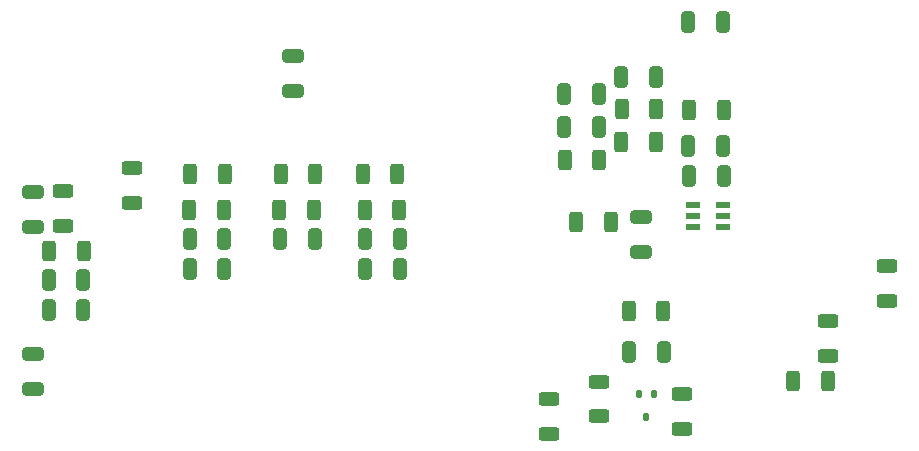
<source format=gbr>
%TF.GenerationSoftware,KiCad,Pcbnew,9.0.1*%
%TF.CreationDate,2025-04-07T11:22:38-03:00*%
%TF.ProjectId,Proyecto integrador 1.1,50726f79-6563-4746-9f20-696e74656772,rev?*%
%TF.SameCoordinates,Original*%
%TF.FileFunction,Paste,Top*%
%TF.FilePolarity,Positive*%
%FSLAX46Y46*%
G04 Gerber Fmt 4.6, Leading zero omitted, Abs format (unit mm)*
G04 Created by KiCad (PCBNEW 9.0.1) date 2025-04-07 11:22:38*
%MOMM*%
%LPD*%
G01*
G04 APERTURE LIST*
G04 Aperture macros list*
%AMRoundRect*
0 Rectangle with rounded corners*
0 $1 Rounding radius*
0 $2 $3 $4 $5 $6 $7 $8 $9 X,Y pos of 4 corners*
0 Add a 4 corners polygon primitive as box body*
4,1,4,$2,$3,$4,$5,$6,$7,$8,$9,$2,$3,0*
0 Add four circle primitives for the rounded corners*
1,1,$1+$1,$2,$3*
1,1,$1+$1,$4,$5*
1,1,$1+$1,$6,$7*
1,1,$1+$1,$8,$9*
0 Add four rect primitives between the rounded corners*
20,1,$1+$1,$2,$3,$4,$5,0*
20,1,$1+$1,$4,$5,$6,$7,0*
20,1,$1+$1,$6,$7,$8,$9,0*
20,1,$1+$1,$8,$9,$2,$3,0*%
G04 Aperture macros list end*
%ADD10RoundRect,0.250000X0.312500X0.625000X-0.312500X0.625000X-0.312500X-0.625000X0.312500X-0.625000X0*%
%ADD11RoundRect,0.250000X0.625000X-0.312500X0.625000X0.312500X-0.625000X0.312500X-0.625000X-0.312500X0*%
%ADD12RoundRect,0.250000X-0.650000X0.325000X-0.650000X-0.325000X0.650000X-0.325000X0.650000X0.325000X0*%
%ADD13RoundRect,0.250000X-0.312500X-0.625000X0.312500X-0.625000X0.312500X0.625000X-0.312500X0.625000X0*%
%ADD14RoundRect,0.250000X-0.625000X0.312500X-0.625000X-0.312500X0.625000X-0.312500X0.625000X0.312500X0*%
%ADD15RoundRect,0.250000X0.325000X0.650000X-0.325000X0.650000X-0.325000X-0.650000X0.325000X-0.650000X0*%
%ADD16RoundRect,0.112500X0.112500X0.237500X-0.112500X0.237500X-0.112500X-0.237500X0.112500X-0.237500X0*%
%ADD17RoundRect,0.250000X-0.325000X-0.650000X0.325000X-0.650000X0.325000X0.650000X-0.325000X0.650000X0*%
%ADD18RoundRect,0.250000X0.650000X-0.325000X0.650000X0.325000X-0.650000X0.325000X-0.650000X-0.325000X0*%
%ADD19R,1.200000X0.600000*%
G04 APERTURE END LIST*
D10*
%TO.C,R4*%
X126987500Y-79760000D03*
X124062500Y-79760000D03*
%TD*%
D11*
%TO.C,R18*%
X178075000Y-95137500D03*
X178075000Y-92212500D03*
%TD*%
D10*
%TO.C,R7*%
X134525000Y-82760000D03*
X131600000Y-82760000D03*
%TD*%
D12*
%TO.C,C15*%
X162225000Y-83385000D03*
X162225000Y-86335000D03*
%TD*%
D13*
%TO.C,R19*%
X161187500Y-91335000D03*
X164112500Y-91335000D03*
%TD*%
D14*
%TO.C,R1*%
X113270000Y-81200000D03*
X113270000Y-84125000D03*
%TD*%
D13*
%TO.C,R12*%
X160575000Y-74250000D03*
X163500000Y-74250000D03*
%TD*%
D15*
%TO.C,C6*%
X126937500Y-85260000D03*
X123987500Y-85260000D03*
%TD*%
D11*
%TO.C,R20*%
X165650000Y-101335000D03*
X165650000Y-98410000D03*
%TD*%
D16*
%TO.C,D1*%
X163300000Y-98335000D03*
X162000000Y-98335000D03*
X162650000Y-100335000D03*
%TD*%
D12*
%TO.C,C5*%
X132750000Y-69775000D03*
X132750000Y-72725000D03*
%TD*%
D17*
%TO.C,C10*%
X138825000Y-87760000D03*
X141775000Y-87760000D03*
%TD*%
D13*
%TO.C,R8*%
X138650000Y-79760000D03*
X141575000Y-79760000D03*
%TD*%
D11*
%TO.C,R21*%
X158650000Y-100260000D03*
X158650000Y-97335000D03*
%TD*%
D17*
%TO.C,C17*%
X166275000Y-79870000D03*
X169225000Y-79870000D03*
%TD*%
D14*
%TO.C,R22*%
X154400000Y-98797500D03*
X154400000Y-101722500D03*
%TD*%
D17*
%TO.C,C19*%
X161175000Y-94835000D03*
X164125000Y-94835000D03*
%TD*%
D15*
%TO.C,C8*%
X134600000Y-85260000D03*
X131650000Y-85260000D03*
%TD*%
D18*
%TO.C,C1*%
X110690000Y-97950000D03*
X110690000Y-95000000D03*
%TD*%
D10*
%TO.C,R2*%
X115025000Y-86250000D03*
X112100000Y-86250000D03*
%TD*%
%TO.C,R5*%
X126862500Y-82760000D03*
X123937500Y-82760000D03*
%TD*%
%TO.C,R17*%
X178000000Y-97250000D03*
X175075000Y-97250000D03*
%TD*%
D14*
%TO.C,R3*%
X119150000Y-79260000D03*
X119150000Y-82185000D03*
%TD*%
D15*
%TO.C,C7*%
X126937500Y-87760000D03*
X123987500Y-87760000D03*
%TD*%
D10*
%TO.C,R6*%
X134612500Y-79760000D03*
X131687500Y-79760000D03*
%TD*%
D13*
%TO.C,R9*%
X138825000Y-82760000D03*
X141750000Y-82760000D03*
%TD*%
%TO.C,R13*%
X166300000Y-74300000D03*
X169225000Y-74300000D03*
%TD*%
%TO.C,R10*%
X155737500Y-78530000D03*
X158662500Y-78530000D03*
%TD*%
D17*
%TO.C,C9*%
X138825000Y-85260000D03*
X141775000Y-85260000D03*
%TD*%
D15*
%TO.C,C12*%
X158660000Y-75750000D03*
X155710000Y-75750000D03*
%TD*%
%TO.C,C3*%
X115000000Y-88750000D03*
X112050000Y-88750000D03*
%TD*%
D14*
%TO.C,R16*%
X183000000Y-87537500D03*
X183000000Y-90462500D03*
%TD*%
D19*
%TO.C,IC1*%
X166650000Y-82370000D03*
X166650000Y-83320000D03*
X166650000Y-84270000D03*
X169150000Y-84270000D03*
X169150000Y-83320000D03*
X169150000Y-82370000D03*
%TD*%
D15*
%TO.C,C4*%
X115000000Y-91250000D03*
X112050000Y-91250000D03*
%TD*%
%TO.C,C23*%
X169125000Y-66835000D03*
X166175000Y-66835000D03*
%TD*%
D17*
%TO.C,C18*%
X166225000Y-77370000D03*
X169175000Y-77370000D03*
%TD*%
D10*
%TO.C,R14*%
X159650000Y-83835000D03*
X156725000Y-83835000D03*
%TD*%
D15*
%TO.C,C14*%
X163450000Y-71500000D03*
X160500000Y-71500000D03*
%TD*%
D13*
%TO.C,R11*%
X160537500Y-77000000D03*
X163462500Y-77000000D03*
%TD*%
D15*
%TO.C,C13*%
X158640000Y-73000000D03*
X155690000Y-73000000D03*
%TD*%
D18*
%TO.C,C2*%
X110770000Y-84200000D03*
X110770000Y-81250000D03*
%TD*%
M02*

</source>
